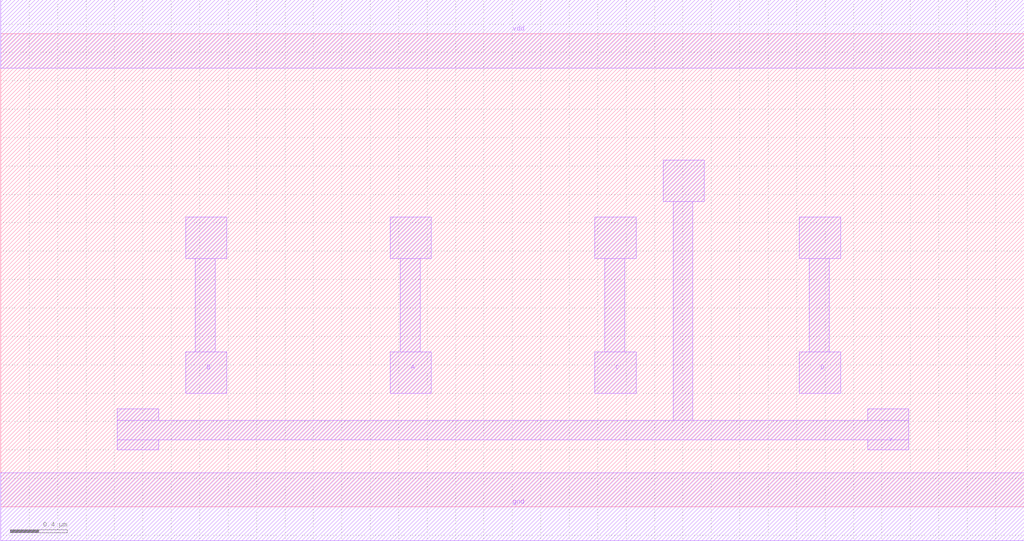
<source format=lef>
VERSION 5.7 ;
  NOWIREEXTENSIONATPIN ON ;
  DIVIDERCHAR "/" ;
  BUSBITCHARS "[]" ;
MACRO AOI22X1
  CLASS CORE ;
  FOREIGN AOI22X1 ;
  ORIGIN 0.000 0.000 ;
  SIZE 7.200 BY 3.330 ;
  SYMMETRY X Y R90 ;
  SITE unit ;
  PIN vdd
    DIRECTION INOUT ;
    USE POWER ;
    SHAPE ABUTMENT ;
    PORT
      LAYER met1 ;
        RECT 0.000 3.090 7.200 3.570 ;
    END
  END vdd
  PIN gnd
    DIRECTION INOUT ;
    USE GROUND ;
    SHAPE ABUTMENT ;
    PORT
      LAYER met1 ;
        RECT 0.000 -0.240 7.200 0.240 ;
    END
  END gnd
  PIN Y
    DIRECTION INOUT ;
    USE SIGNAL ;
    SHAPE ABUTMENT ;
    PORT
      LAYER met1 ;
        RECT 4.660 2.150 4.950 2.440 ;
        RECT 0.820 0.610 1.110 0.690 ;
        RECT 4.730 0.610 4.870 2.150 ;
        RECT 6.100 0.610 6.390 0.690 ;
        RECT 0.820 0.470 6.390 0.610 ;
        RECT 0.820 0.400 1.110 0.470 ;
        RECT 6.100 0.400 6.390 0.470 ;
    END
  END Y
  PIN B
    DIRECTION INOUT ;
    USE SIGNAL ;
    SHAPE ABUTMENT ;
    PORT
      LAYER met1 ;
        RECT 1.300 1.750 1.590 2.040 ;
        RECT 1.370 1.090 1.510 1.750 ;
        RECT 1.300 0.800 1.590 1.090 ;
    END
  END B
  PIN A
    DIRECTION INOUT ;
    USE SIGNAL ;
    SHAPE ABUTMENT ;
    PORT
      LAYER met1 ;
        RECT 2.740 1.750 3.030 2.040 ;
        RECT 2.810 1.090 2.950 1.750 ;
        RECT 2.740 0.800 3.030 1.090 ;
    END
  END A
  PIN C
    DIRECTION INOUT ;
    USE SIGNAL ;
    SHAPE ABUTMENT ;
    PORT
      LAYER met1 ;
        RECT 4.180 1.750 4.470 2.040 ;
        RECT 4.250 1.090 4.390 1.750 ;
        RECT 4.180 0.800 4.470 1.090 ;
    END
  END C
  PIN D
    DIRECTION INOUT ;
    USE SIGNAL ;
    SHAPE ABUTMENT ;
    PORT
      LAYER met1 ;
        RECT 5.620 1.750 5.910 2.040 ;
        RECT 5.690 1.090 5.830 1.750 ;
        RECT 5.620 0.800 5.910 1.090 ;
    END
  END D
END AOI22X1
END LIBRARY


</source>
